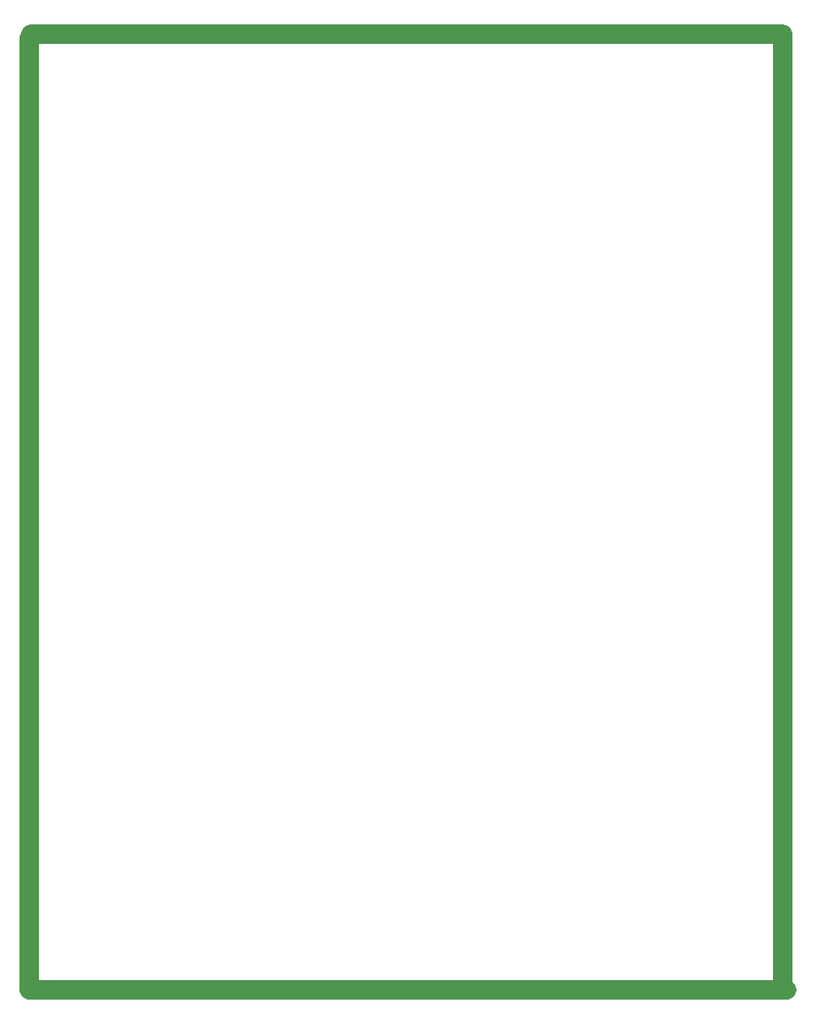
<source format=gbp>
G04 Layer_Color=128*
%FSLAX25Y25*%
%MOIN*%
G70*
G01*
G75*
%ADD48C,0.01000*%
%ADD51C,0.08000*%
D48*
X0Y391200D02*
X800Y392000D01*
D51*
X309500Y0D02*
Y392000D01*
X0Y0D02*
Y390400D01*
Y0D02*
X311100D01*
X800Y392000D02*
X309500D01*
M02*

</source>
